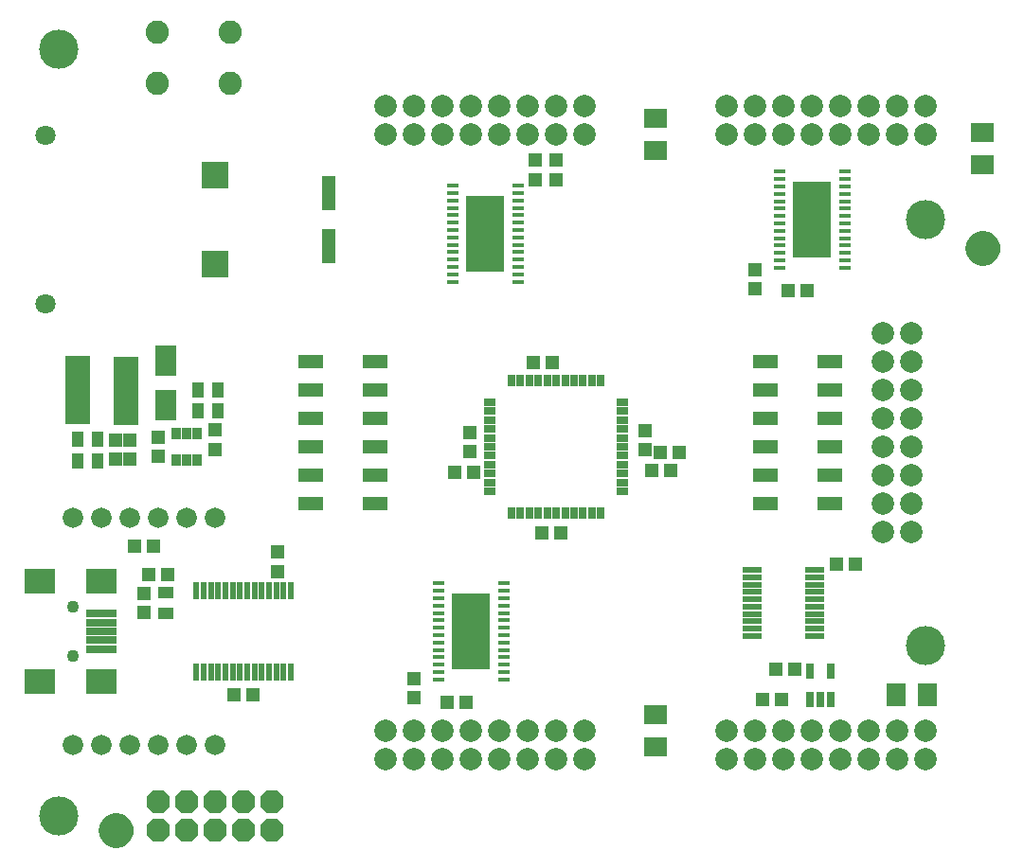
<source format=gts>
G75*
G70*
%OFA0B0*%
%FSLAX24Y24*%
%IPPOS*%
%LPD*%
%AMOC8*
5,1,8,0,0,1.08239X$1,22.5*
%
%ADD10R,0.0395X0.0178*%
%ADD11R,0.1340X0.2678*%
%ADD12R,0.0474X0.0513*%
%ADD13R,0.0395X0.0552*%
%ADD14R,0.0966X0.0966*%
%ADD15C,0.0710*%
%ADD16R,0.0217X0.0630*%
%ADD17R,0.0513X0.0474*%
%ADD18R,0.1064X0.0277*%
%ADD19R,0.1064X0.0867*%
%ADD20C,0.0434*%
%ADD21R,0.0552X0.0395*%
%ADD22OC8,0.0820*%
%ADD23C,0.0820*%
%ADD24R,0.0710X0.0198*%
%ADD25C,0.0792*%
%ADD26R,0.0293X0.0395*%
%ADD27R,0.0395X0.0293*%
%ADD28C,0.0720*%
%ADD29R,0.0328X0.0395*%
%ADD30R,0.0297X0.0552*%
%ADD31R,0.0867X0.0474*%
%ADD32C,0.1380*%
%ADD33R,0.0474X0.1241*%
%ADD34R,0.0789X0.0710*%
%ADD35R,0.0710X0.0789*%
%ADD36C,0.0500*%
%ADD37C,0.0671*%
%ADD38R,0.0867X0.2442*%
%ADD39R,0.0749X0.1064*%
D10*
X016814Y007012D03*
X016814Y007272D03*
X016814Y007532D03*
X016814Y007792D03*
X016814Y008052D03*
X016814Y008312D03*
X016814Y008572D03*
X016811Y008832D03*
X016814Y009092D03*
X016814Y009352D03*
X016814Y009612D03*
X016814Y009872D03*
X016814Y010132D03*
X016814Y010392D03*
X019114Y010392D03*
X019114Y010132D03*
X019114Y009872D03*
X019114Y009612D03*
X019114Y009352D03*
X019114Y009092D03*
X019116Y008832D03*
X019114Y008572D03*
X019114Y008312D03*
X019114Y008052D03*
X019114Y007792D03*
X019114Y007532D03*
X019114Y007272D03*
X019114Y007012D03*
X019614Y021016D03*
X019614Y021276D03*
X019614Y021536D03*
X019614Y021796D03*
X019614Y022056D03*
X019614Y022316D03*
X019616Y022576D03*
X019614Y022836D03*
X019614Y023096D03*
X019614Y023356D03*
X019614Y023616D03*
X019614Y023876D03*
X019614Y024136D03*
X019614Y024396D03*
X017314Y024396D03*
X017314Y024136D03*
X017314Y023876D03*
X017314Y023616D03*
X017314Y023356D03*
X017314Y023096D03*
X017314Y022836D03*
X017311Y022576D03*
X017314Y022316D03*
X017314Y022056D03*
X017314Y021796D03*
X017314Y021536D03*
X017314Y021276D03*
X017314Y021016D03*
X028814Y021512D03*
X028814Y021772D03*
X028814Y022032D03*
X028814Y022292D03*
X028814Y022552D03*
X028814Y022812D03*
X028814Y023072D03*
X028811Y023332D03*
X028814Y023592D03*
X028814Y023852D03*
X028814Y024112D03*
X028814Y024372D03*
X028814Y024632D03*
X028814Y024892D03*
X031114Y024892D03*
X031114Y024632D03*
X031114Y024372D03*
X031114Y024112D03*
X031114Y023852D03*
X031114Y023592D03*
X031116Y023332D03*
X031114Y023072D03*
X031114Y022812D03*
X031114Y022552D03*
X031114Y022292D03*
X031114Y022032D03*
X031114Y021772D03*
X031114Y021512D03*
D11*
X029964Y023202D03*
X018464Y022706D03*
X017964Y008702D03*
D12*
X015964Y007038D03*
X015964Y006369D03*
X011164Y010819D03*
X011164Y011488D03*
X006964Y014869D03*
X006964Y015538D03*
X005964Y015438D03*
X005464Y015438D03*
X005464Y014769D03*
X005964Y014769D03*
X008964Y015119D03*
X008964Y015788D03*
X006464Y010038D03*
X006464Y009369D03*
X017938Y015037D03*
X017938Y015706D03*
X024088Y015756D03*
X024088Y015087D03*
X027964Y020769D03*
X027964Y021438D03*
X020964Y024619D03*
X020964Y025288D03*
X020214Y025288D03*
X020214Y024619D03*
D13*
X009068Y017204D03*
X008359Y017204D03*
X008359Y016454D03*
X009068Y016454D03*
X004818Y015454D03*
X004109Y015454D03*
X004109Y014704D03*
X004818Y014704D03*
D14*
X008964Y021645D03*
X008964Y024763D03*
D15*
X002979Y026156D03*
X002979Y020251D03*
D16*
X008300Y010143D03*
X008556Y010143D03*
X008812Y010143D03*
X009068Y010143D03*
X009324Y010143D03*
X009580Y010143D03*
X009836Y010143D03*
X010092Y010143D03*
X010347Y010143D03*
X010603Y010143D03*
X010859Y010143D03*
X011115Y010143D03*
X011371Y010143D03*
X011627Y010143D03*
X011627Y007264D03*
X011371Y007264D03*
X011115Y007264D03*
X010859Y007264D03*
X010603Y007264D03*
X010347Y007264D03*
X010092Y007264D03*
X009836Y007264D03*
X009580Y007264D03*
X009324Y007264D03*
X009068Y007264D03*
X008812Y007264D03*
X008556Y007264D03*
X008300Y007264D03*
D17*
X009629Y006454D03*
X010298Y006454D03*
X007298Y010704D03*
X006629Y010704D03*
X006798Y011704D03*
X006129Y011704D03*
X017129Y006204D03*
X017798Y006204D03*
X020454Y012172D03*
X021123Y012172D03*
X024329Y014354D03*
X024998Y014354D03*
X025298Y015004D03*
X024629Y015004D03*
X020823Y018172D03*
X020154Y018172D03*
X018048Y014304D03*
X017379Y014304D03*
X028229Y006304D03*
X028898Y006304D03*
X028679Y007354D03*
X029348Y007354D03*
X030829Y011054D03*
X031498Y011054D03*
X029798Y020704D03*
X029129Y020704D03*
D18*
X004948Y009334D03*
X004948Y009019D03*
X004948Y008704D03*
X004948Y008389D03*
X004948Y008074D03*
D19*
X004948Y006932D03*
X002782Y006932D03*
X002782Y010475D03*
X004948Y010475D03*
D20*
X003964Y009570D03*
X003964Y007838D03*
D21*
X007214Y009349D03*
X007214Y010058D03*
D22*
X006964Y002704D03*
X007964Y002704D03*
X008964Y002704D03*
X009964Y002704D03*
X010964Y002704D03*
X010964Y001704D03*
X009964Y001704D03*
X008964Y001704D03*
X007964Y001704D03*
X006964Y001704D03*
D23*
X006934Y028014D03*
X006934Y029794D03*
X009494Y029794D03*
X009494Y028014D03*
D24*
X027861Y010855D03*
X027861Y010599D03*
X027861Y010344D03*
X027861Y010088D03*
X027861Y009832D03*
X027861Y009576D03*
X027861Y009320D03*
X027861Y009064D03*
X027861Y008808D03*
X027861Y008552D03*
X030066Y008552D03*
X030066Y008808D03*
X030066Y009064D03*
X030066Y009320D03*
X030066Y009576D03*
X030066Y009832D03*
X030066Y010088D03*
X030066Y010344D03*
X030066Y010599D03*
X030066Y010855D03*
D25*
X032464Y012204D03*
X033464Y012204D03*
X033464Y013204D03*
X032464Y013204D03*
X032464Y014204D03*
X033464Y014204D03*
X033464Y015204D03*
X032464Y015204D03*
X032464Y016204D03*
X033464Y016204D03*
X033464Y017204D03*
X032464Y017204D03*
X032464Y018204D03*
X033464Y018204D03*
X033464Y019204D03*
X032464Y019204D03*
X032964Y026204D03*
X033964Y026204D03*
X033964Y027204D03*
X032964Y027204D03*
X031964Y027204D03*
X030964Y027204D03*
X030964Y026204D03*
X031964Y026204D03*
X029964Y026204D03*
X029964Y027204D03*
X028964Y027204D03*
X027964Y027204D03*
X027964Y026204D03*
X028964Y026204D03*
X026964Y026204D03*
X026964Y027204D03*
X021964Y027204D03*
X021964Y026204D03*
X020964Y026204D03*
X020964Y027204D03*
X019964Y027204D03*
X019964Y026204D03*
X018964Y026204D03*
X018964Y027204D03*
X017964Y027204D03*
X016964Y027204D03*
X016964Y026204D03*
X017964Y026204D03*
X015964Y026204D03*
X015964Y027204D03*
X014964Y027204D03*
X014964Y026204D03*
X014964Y005204D03*
X015964Y005204D03*
X016964Y005204D03*
X017964Y005204D03*
X018964Y005204D03*
X019964Y005204D03*
X020964Y005204D03*
X021964Y005204D03*
X021964Y004204D03*
X020964Y004204D03*
X019964Y004204D03*
X018964Y004204D03*
X017964Y004204D03*
X016964Y004204D03*
X015964Y004204D03*
X014964Y004204D03*
X026964Y004204D03*
X027964Y004204D03*
X028964Y004204D03*
X029964Y004204D03*
X030964Y004204D03*
X031964Y004204D03*
X032964Y004204D03*
X033964Y004204D03*
X033964Y005204D03*
X032964Y005204D03*
X031964Y005204D03*
X030964Y005204D03*
X029964Y005204D03*
X028964Y005204D03*
X027964Y005204D03*
X026964Y005204D03*
D26*
X022538Y012881D03*
X022223Y012881D03*
X021908Y012881D03*
X021594Y012881D03*
X021279Y012881D03*
X020964Y012881D03*
X020649Y012881D03*
X020334Y012881D03*
X020019Y012881D03*
X019704Y012881D03*
X019389Y012881D03*
X019389Y017527D03*
X019704Y017527D03*
X020019Y017527D03*
X020334Y017527D03*
X020649Y017527D03*
X020964Y017527D03*
X021279Y017527D03*
X021594Y017527D03*
X021908Y017527D03*
X022223Y017527D03*
X022538Y017527D03*
D27*
X023286Y016779D03*
X023286Y016464D03*
X023286Y016149D03*
X023286Y015834D03*
X023286Y015519D03*
X023286Y015204D03*
X023286Y014889D03*
X023286Y014574D03*
X023286Y014259D03*
X023286Y013944D03*
X023286Y013629D03*
X018641Y013629D03*
X018641Y013944D03*
X018641Y014259D03*
X018641Y014574D03*
X018641Y014889D03*
X018641Y015204D03*
X018641Y015519D03*
X018641Y015834D03*
X018641Y016149D03*
X018641Y016464D03*
X018641Y016779D03*
D28*
X008964Y012704D03*
X007964Y012704D03*
X006964Y012704D03*
X005964Y012704D03*
X004964Y012704D03*
X003964Y012704D03*
X003964Y004704D03*
X004964Y004704D03*
X005964Y004704D03*
X006964Y004704D03*
X007964Y004704D03*
X008964Y004704D03*
D29*
X008338Y014731D03*
X007964Y014731D03*
X007590Y014731D03*
X007590Y015676D03*
X007964Y015676D03*
X008338Y015676D03*
D30*
X029890Y007316D03*
X030638Y007316D03*
X030638Y006292D03*
X030264Y006292D03*
X029890Y006292D03*
D31*
X030604Y013204D03*
X030604Y014204D03*
X030604Y015204D03*
X030604Y016204D03*
X030604Y017204D03*
X030604Y018204D03*
X028324Y018204D03*
X028324Y017204D03*
X028324Y016204D03*
X028324Y015204D03*
X028324Y014204D03*
X028324Y013204D03*
X014604Y013204D03*
X014604Y014204D03*
X014604Y015204D03*
X014604Y016204D03*
X014604Y017204D03*
X014604Y018204D03*
X012324Y018204D03*
X012324Y017204D03*
X012324Y016204D03*
X012324Y015204D03*
X012324Y014204D03*
X012324Y013204D03*
D32*
X003464Y002204D03*
X033964Y008204D03*
X033964Y023204D03*
X003464Y029204D03*
D33*
X012964Y024149D03*
X012964Y022259D03*
D34*
X024464Y025653D03*
X024464Y026755D03*
X035964Y026255D03*
X035964Y025153D03*
X024464Y005755D03*
X024464Y004653D03*
D35*
X032912Y006454D03*
X034015Y006454D03*
D36*
X035608Y022204D02*
X035610Y022241D01*
X035616Y022278D01*
X035625Y022314D01*
X035639Y022349D01*
X035656Y022382D01*
X035676Y022413D01*
X035699Y022442D01*
X035726Y022469D01*
X035755Y022492D01*
X035786Y022512D01*
X035819Y022529D01*
X035854Y022543D01*
X035890Y022552D01*
X035927Y022558D01*
X035964Y022560D01*
X036001Y022558D01*
X036038Y022552D01*
X036074Y022543D01*
X036109Y022529D01*
X036142Y022512D01*
X036173Y022492D01*
X036202Y022469D01*
X036229Y022442D01*
X036252Y022413D01*
X036272Y022382D01*
X036289Y022349D01*
X036303Y022314D01*
X036312Y022278D01*
X036318Y022241D01*
X036320Y022204D01*
X036318Y022167D01*
X036312Y022130D01*
X036303Y022094D01*
X036289Y022059D01*
X036272Y022026D01*
X036252Y021995D01*
X036229Y021966D01*
X036202Y021939D01*
X036173Y021916D01*
X036142Y021896D01*
X036109Y021879D01*
X036074Y021865D01*
X036038Y021856D01*
X036001Y021850D01*
X035964Y021848D01*
X035927Y021850D01*
X035890Y021856D01*
X035854Y021865D01*
X035819Y021879D01*
X035786Y021896D01*
X035755Y021916D01*
X035726Y021939D01*
X035699Y021966D01*
X035676Y021995D01*
X035656Y022026D01*
X035639Y022059D01*
X035625Y022094D01*
X035616Y022130D01*
X035610Y022167D01*
X035608Y022204D01*
X005108Y001704D02*
X005110Y001741D01*
X005116Y001778D01*
X005125Y001814D01*
X005139Y001849D01*
X005156Y001882D01*
X005176Y001913D01*
X005199Y001942D01*
X005226Y001969D01*
X005255Y001992D01*
X005286Y002012D01*
X005319Y002029D01*
X005354Y002043D01*
X005390Y002052D01*
X005427Y002058D01*
X005464Y002060D01*
X005501Y002058D01*
X005538Y002052D01*
X005574Y002043D01*
X005609Y002029D01*
X005642Y002012D01*
X005673Y001992D01*
X005702Y001969D01*
X005729Y001942D01*
X005752Y001913D01*
X005772Y001882D01*
X005789Y001849D01*
X005803Y001814D01*
X005812Y001778D01*
X005818Y001741D01*
X005820Y001704D01*
X005818Y001667D01*
X005812Y001630D01*
X005803Y001594D01*
X005789Y001559D01*
X005772Y001526D01*
X005752Y001495D01*
X005729Y001466D01*
X005702Y001439D01*
X005673Y001416D01*
X005642Y001396D01*
X005609Y001379D01*
X005574Y001365D01*
X005538Y001356D01*
X005501Y001350D01*
X005464Y001348D01*
X005427Y001350D01*
X005390Y001356D01*
X005354Y001365D01*
X005319Y001379D01*
X005286Y001396D01*
X005255Y001416D01*
X005226Y001439D01*
X005199Y001466D01*
X005176Y001495D01*
X005156Y001526D01*
X005139Y001559D01*
X005125Y001594D01*
X005116Y001630D01*
X005110Y001667D01*
X005108Y001704D01*
D37*
X005464Y001704D03*
X035964Y022204D03*
D38*
X005830Y017184D03*
X004117Y017204D03*
D39*
X007214Y016666D03*
X007214Y018241D03*
M02*

</source>
